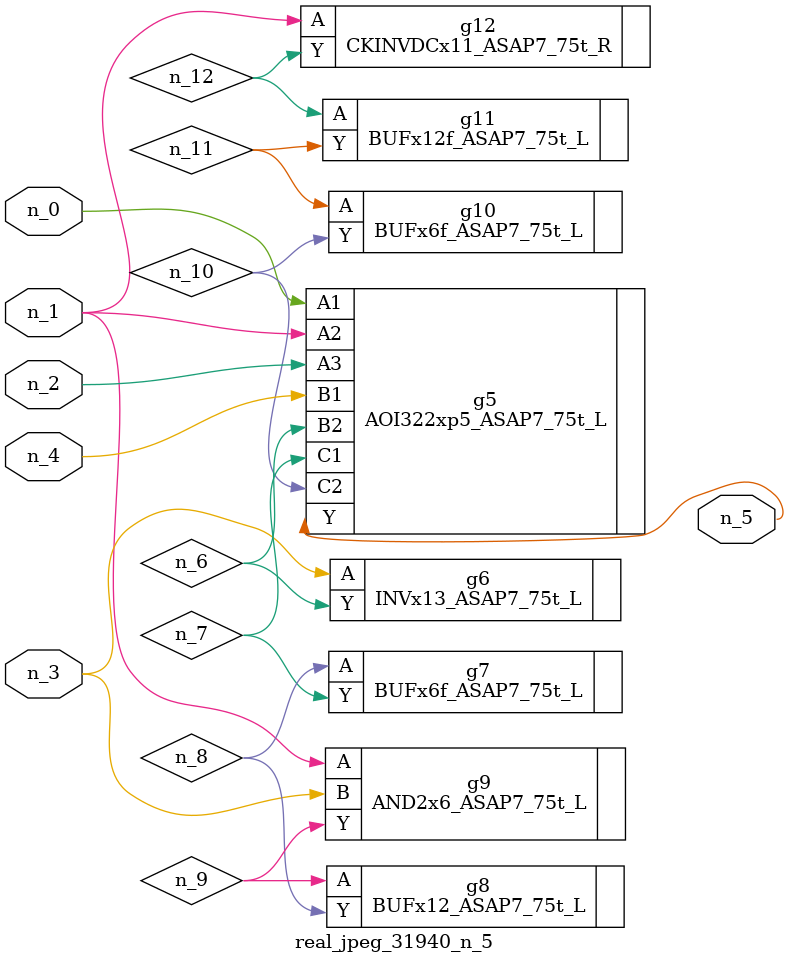
<source format=v>
module real_jpeg_31940_n_5 (n_4, n_0, n_1, n_2, n_3, n_5);

input n_4;
input n_0;
input n_1;
input n_2;
input n_3;

output n_5;

wire n_12;
wire n_8;
wire n_11;
wire n_6;
wire n_7;
wire n_10;
wire n_9;

AOI322xp5_ASAP7_75t_L g5 ( 
.A1(n_0),
.A2(n_1),
.A3(n_2),
.B1(n_4),
.B2(n_6),
.C1(n_7),
.C2(n_10),
.Y(n_5)
);

AND2x6_ASAP7_75t_L g9 ( 
.A(n_1),
.B(n_3),
.Y(n_9)
);

CKINVDCx11_ASAP7_75t_R g12 ( 
.A(n_1),
.Y(n_12)
);

INVx13_ASAP7_75t_L g6 ( 
.A(n_3),
.Y(n_6)
);

BUFx6f_ASAP7_75t_L g7 ( 
.A(n_8),
.Y(n_7)
);

BUFx12_ASAP7_75t_L g8 ( 
.A(n_9),
.Y(n_8)
);

BUFx6f_ASAP7_75t_L g10 ( 
.A(n_11),
.Y(n_10)
);

BUFx12f_ASAP7_75t_L g11 ( 
.A(n_12),
.Y(n_11)
);


endmodule
</source>
